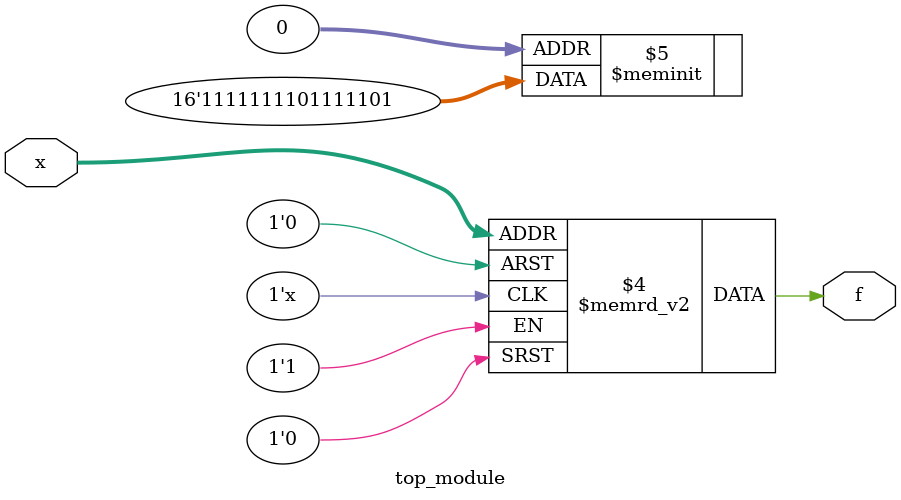
<source format=sv>
module top_module (
    input [4:1] x,
    output logic f
);

always_comb begin
    case ({x[4], x[3], x[2], x[1]})
        4'b0000: f = 1; // Don't care
        4'b0001: f = 0;
        4'b0011: f = 1;
        4'b0101: f = 1;
        4'b0111: f = 0;
        4'b1001: f = 1;
        4'b1011: f = 1;
        4'b1111: f = 1; // Don't care
        default: f = 1; // Don't care
    endcase
end

endmodule

</source>
